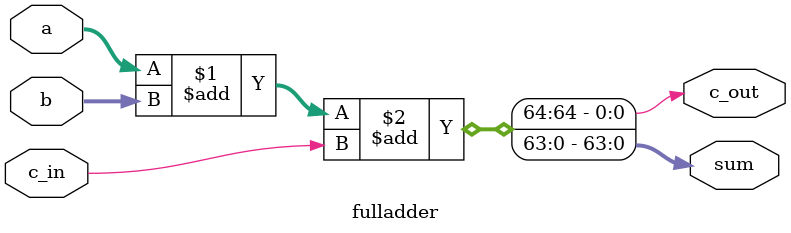
<source format=v>
module fulladder (input [63:0] a,  
                  input [63:0] b,  
                  input c_in,  
                  output c_out,  
                  output [63:0] sum);
   assign {c_out, sum} = a + b + c_in;  
endmodule
</source>
